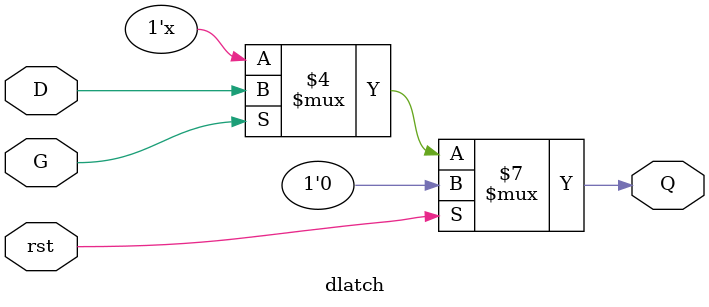
<source format=v>
module dlatch (
    input D,
    input G,
    input rst,
    output reg Q
);


always @ (D, G, rst)
begin
   if (rst == 1)
       Q <= 1'b0;	// Q is reset to 0
   else if (G == 1)
       Q <= D;
end
endmodule
</source>
